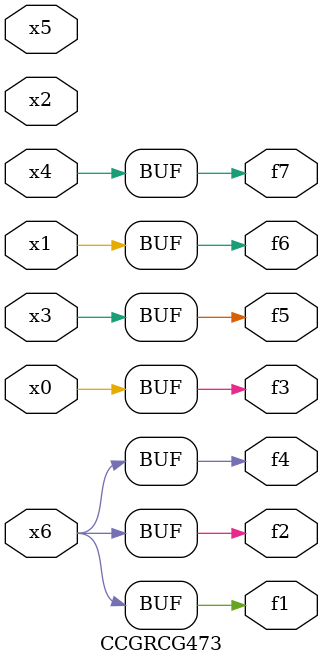
<source format=v>
module CCGRCG473(
	input x0, x1, x2, x3, x4, x5, x6,
	output f1, f2, f3, f4, f5, f6, f7
);
	assign f1 = x6;
	assign f2 = x6;
	assign f3 = x0;
	assign f4 = x6;
	assign f5 = x3;
	assign f6 = x1;
	assign f7 = x4;
endmodule

</source>
